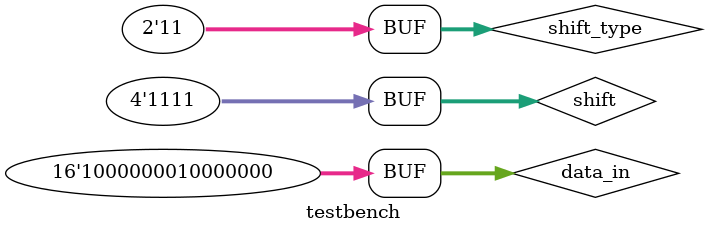
<source format=v>
`timescale 1ns / 1ps

module testbench ( );
	reg [1:0] shift_type;
	reg [15:0] data_in;
	wire [15:0] data_out;
	reg [3:0] shift;

    parameter lsl = 2'b00, lsr = 2'b01, asr = 2'b10, ror = 2'b11;

    barrel U1 (shift_type, shift, data_in, data_out);

	initial begin
		shift_type <= lsl; data_in <= 16'hF0F0; shift <= 4'b0;
		#20 shift <= 4'b1;
		#20 shift_type <= lsr;
		#20 shift_type = lsl; shift <= 4'b0100;
		#20 shift_type <= lsr;
		#20 shift_type <= asr; shift <= 4'b0;
		#20 shift <= 4'b0100;
		#20 shift_type <= ror; shift <= 4'b0;
		#20 shift <= 4'b0100;
		#20 shift <= 4'b1000;
		#20 shift_type <= asr; data_in <= 16'h8080; shift <= 4'b0;
		#20 shift <= 4'b1;
		#20 shift <= 4'b0100;
		#20 shift_type = ror; shift <= 4'b1;
		#20 shift_type = ror; shift <= 4'b0100;
		#20 shift_type = ror; shift <= 4'b1111;
	end // initial

endmodule

</source>
